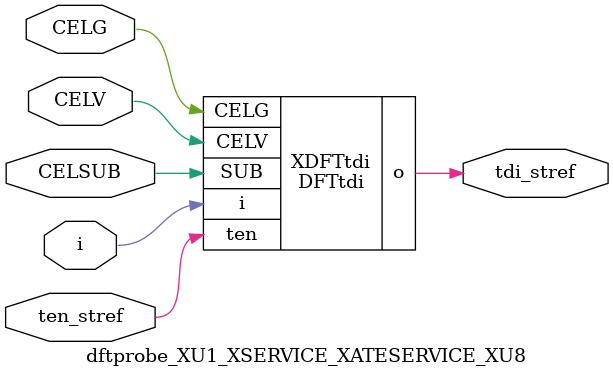
<source format=v>


module DFTtdi ( o, CELV, SUB, i, ten, CELG );

  input CELV;
  input ten;
  input i;
  output o;
  input CELG;
  input SUB;
endmodule


module dftprobe_XU1_XSERVICE_XATESERVICE_XU8 (i,tdi_stref,ten_stref,CELG,CELSUB,CELV);
input  i;
output  tdi_stref;
input  ten_stref;
input  CELG;
input  CELSUB;
input  CELV;

DFTtdi XDFTtdi(
  .i (i),
  .o (tdi_stref),
  .ten (ten_stref),
  .CELG (CELG),
  .SUB (CELSUB),
  .CELV (CELV)
);

endmodule


</source>
